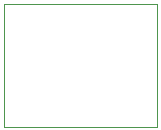
<source format=gbr>
%TF.GenerationSoftware,KiCad,Pcbnew,(5.1.6-0-10_14)*%
%TF.CreationDate,2020-08-16T22:52:20-04:00*%
%TF.ProjectId,PAM8016,50414d38-3031-4362-9e6b-696361645f70,rev?*%
%TF.SameCoordinates,Original*%
%TF.FileFunction,Profile,NP*%
%FSLAX46Y46*%
G04 Gerber Fmt 4.6, Leading zero omitted, Abs format (unit mm)*
G04 Created by KiCad (PCBNEW (5.1.6-0-10_14)) date 2020-08-16 22:52:20*
%MOMM*%
%LPD*%
G01*
G04 APERTURE LIST*
%TA.AperFunction,Profile*%
%ADD10C,0.050000*%
%TD*%
G04 APERTURE END LIST*
D10*
X120523000Y-52197000D02*
X133477000Y-52197000D01*
X120523000Y-41783000D02*
X120523000Y-52197000D01*
X133477000Y-41783000D02*
X120523000Y-41783000D01*
X133477000Y-52197000D02*
X133477000Y-41783000D01*
M02*

</source>
